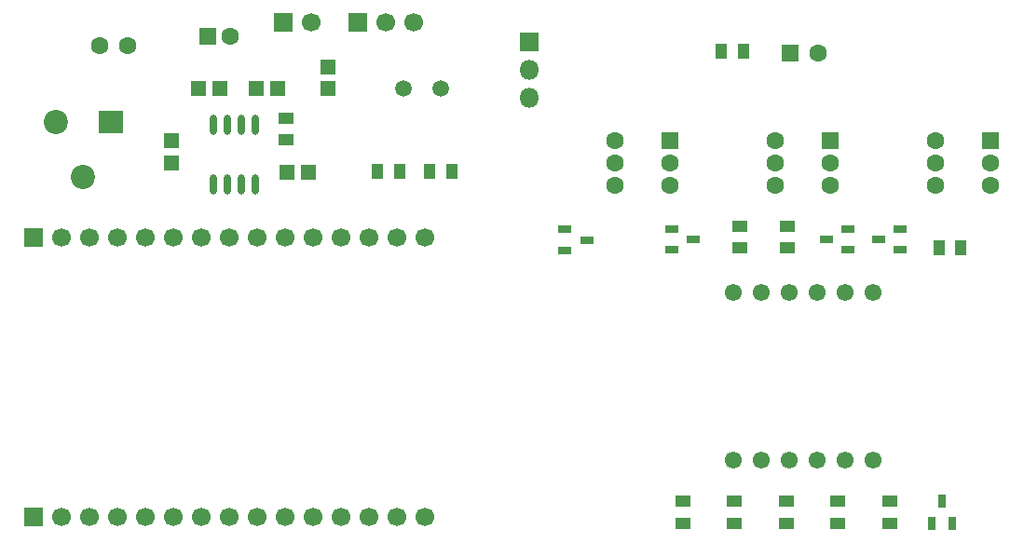
<source format=gts>
G04 #@! TF.GenerationSoftware,KiCad,Pcbnew,9.0.1*
G04 #@! TF.CreationDate,2025-05-01T12:24:31+02:00*
G04 #@! TF.ProjectId,despertador,64657370-6572-4746-9164-6f722e6b6963,rev?*
G04 #@! TF.SameCoordinates,Original*
G04 #@! TF.FileFunction,Soldermask,Top*
G04 #@! TF.FilePolarity,Negative*
%FSLAX46Y46*%
G04 Gerber Fmt 4.6, Leading zero omitted, Abs format (unit mm)*
G04 Created by KiCad (PCBNEW 9.0.1) date 2025-05-01 12:24:31*
%MOMM*%
%LPD*%
G01*
G04 APERTURE LIST*
%ADD10R,1.350000X1.410000*%
%ADD11R,1.410000X1.350000*%
%ADD12R,1.380000X1.130000*%
%ADD13R,1.600000X1.600000*%
%ADD14C,1.600000*%
%ADD15C,1.520000*%
%ADD16R,1.700000X1.700000*%
%ADD17C,1.700000*%
%ADD18R,1.250000X0.700000*%
%ADD19C,1.550000*%
%ADD20O,0.630000X1.860000*%
%ADD21R,1.130000X1.380000*%
%ADD22R,2.200000X2.100000*%
%ADD23C,2.200000*%
%ADD24R,1.800000X1.800000*%
%ADD25O,1.800000X1.800000*%
%ADD26R,0.700000X1.250000*%
G04 APERTURE END LIST*
D10*
X109500000Y-98250000D03*
X109500000Y-96250000D03*
D11*
X107750000Y-105820000D03*
X105750000Y-105820000D03*
X102940000Y-98270000D03*
X104940000Y-98270000D03*
X97690000Y-98270000D03*
X99690000Y-98270000D03*
D10*
X95250000Y-105000000D03*
X95250000Y-103000000D03*
D12*
X151125000Y-137750000D03*
X151125000Y-135750000D03*
D13*
X169700000Y-103000000D03*
D14*
X169700000Y-105000000D03*
X169700000Y-107000000D03*
X164700000Y-103000000D03*
X164700000Y-105000000D03*
X164700000Y-107000000D03*
D12*
X146950000Y-110750000D03*
X146950000Y-112750000D03*
D13*
X155150000Y-103000000D03*
D14*
X155150000Y-105000000D03*
X155150000Y-107000000D03*
X150150000Y-103000000D03*
X150150000Y-105000000D03*
X150150000Y-107000000D03*
D13*
X140600000Y-103000000D03*
D14*
X140600000Y-105000000D03*
X140600000Y-107000000D03*
X135600000Y-103000000D03*
X135600000Y-105000000D03*
X135600000Y-107000000D03*
D12*
X151250000Y-110750000D03*
X151250000Y-112750000D03*
D15*
X116350000Y-98250000D03*
X119750000Y-98250000D03*
D16*
X82750000Y-111800000D03*
D17*
X85290000Y-111800000D03*
X87830000Y-111800000D03*
X90370000Y-111800000D03*
X92910000Y-111800000D03*
X95450000Y-111800000D03*
X97990000Y-111800000D03*
X100530000Y-111800000D03*
X103070000Y-111800000D03*
X105610000Y-111800000D03*
X108150000Y-111800000D03*
X110690000Y-111800000D03*
X113230000Y-111800000D03*
X115770000Y-111800000D03*
X118310000Y-111800000D03*
D12*
X105680000Y-100970000D03*
X105680000Y-102910000D03*
D18*
X156750000Y-112900000D03*
X156750000Y-111000000D03*
X154750000Y-111950000D03*
D19*
X146300000Y-131990000D03*
X148840000Y-131990000D03*
X151380000Y-131990000D03*
X153920000Y-131990000D03*
X156460000Y-131990000D03*
X159000000Y-131990000D03*
X159000000Y-116750000D03*
X156460000Y-116750000D03*
X153920000Y-116750000D03*
X151380000Y-116750000D03*
X148840000Y-116750000D03*
X146300000Y-116750000D03*
D20*
X99070000Y-106930000D03*
X100350000Y-106930000D03*
X101610000Y-106930000D03*
X102880000Y-106930000D03*
X102880000Y-101570000D03*
X101610000Y-101570000D03*
X100350000Y-101570000D03*
X99070000Y-101570000D03*
D12*
X155812500Y-137750000D03*
X155812500Y-135750000D03*
D18*
X161500000Y-112900000D03*
X161500000Y-111000000D03*
X159500000Y-111950000D03*
D21*
X114000000Y-105750000D03*
X116000000Y-105750000D03*
D16*
X105425000Y-92200000D03*
D17*
X107965000Y-92200000D03*
D13*
X98600000Y-93500000D03*
D14*
X100600000Y-93500000D03*
D22*
X89750000Y-101250000D03*
D23*
X87250000Y-106250000D03*
X84750000Y-101250000D03*
D14*
X91300000Y-94300000D03*
X88760000Y-94300000D03*
D18*
X131000000Y-111050000D03*
X131000000Y-112950000D03*
X133000000Y-112000000D03*
D21*
X145250000Y-94880000D03*
X147250000Y-94880000D03*
D14*
X154030000Y-95010000D03*
D13*
X151490000Y-95010000D03*
D16*
X82750000Y-137200000D03*
D17*
X85290000Y-137200000D03*
X87830000Y-137200000D03*
X90370000Y-137200000D03*
X92910000Y-137200000D03*
X95450000Y-137200000D03*
X97990000Y-137200000D03*
X100530000Y-137200000D03*
X103070000Y-137200000D03*
X105610000Y-137200000D03*
X108150000Y-137200000D03*
X110690000Y-137200000D03*
X113230000Y-137200000D03*
X115770000Y-137200000D03*
X118310000Y-137200000D03*
D12*
X160500000Y-137750000D03*
X160500000Y-135750000D03*
X141750000Y-137750000D03*
X141750000Y-135750000D03*
D16*
X112200000Y-92200000D03*
D17*
X114740000Y-92200000D03*
X117280000Y-92200000D03*
D18*
X140700000Y-111000000D03*
X140700000Y-112900000D03*
X142700000Y-111950000D03*
D12*
X146437500Y-137750000D03*
X146437500Y-135750000D03*
D24*
X127757724Y-93960000D03*
D25*
X127757724Y-96500000D03*
X127757724Y-99040000D03*
D21*
X120750000Y-105750000D03*
X118750000Y-105750000D03*
X167000000Y-112750000D03*
X165000000Y-112750000D03*
D26*
X164350000Y-137750000D03*
X166250000Y-137750000D03*
X165300000Y-135750000D03*
M02*

</source>
